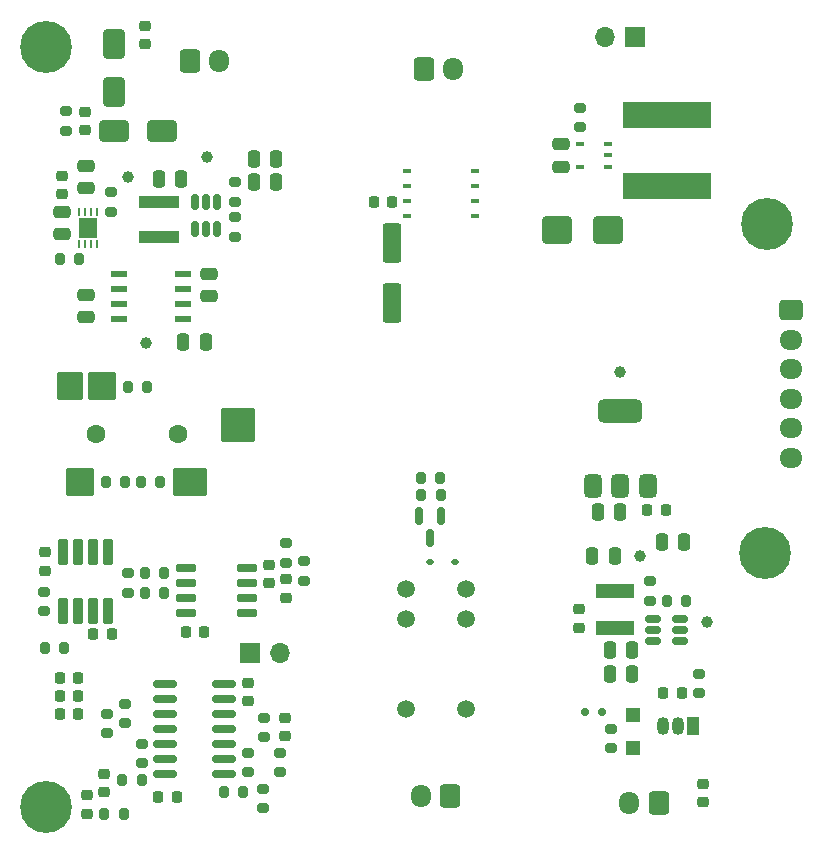
<source format=gts>
%TF.GenerationSoftware,KiCad,Pcbnew,8.0.5*%
%TF.CreationDate,2025-03-29T03:18:47+03:00*%
%TF.ProjectId,PCB_FINAL_UPDATED,5043425f-4649-44e4-914c-5f5550444154,rev?*%
%TF.SameCoordinates,Original*%
%TF.FileFunction,Soldermask,Top*%
%TF.FilePolarity,Negative*%
%FSLAX46Y46*%
G04 Gerber Fmt 4.6, Leading zero omitted, Abs format (unit mm)*
G04 Created by KiCad (PCBNEW 8.0.5) date 2025-03-29 03:18:47*
%MOMM*%
%LPD*%
G01*
G04 APERTURE LIST*
G04 Aperture macros list*
%AMRoundRect*
0 Rectangle with rounded corners*
0 $1 Rounding radius*
0 $2 $3 $4 $5 $6 $7 $8 $9 X,Y pos of 4 corners*
0 Add a 4 corners polygon primitive as box body*
4,1,4,$2,$3,$4,$5,$6,$7,$8,$9,$2,$3,0*
0 Add four circle primitives for the rounded corners*
1,1,$1+$1,$2,$3*
1,1,$1+$1,$4,$5*
1,1,$1+$1,$6,$7*
1,1,$1+$1,$8,$9*
0 Add four rect primitives between the rounded corners*
20,1,$1+$1,$2,$3,$4,$5,0*
20,1,$1+$1,$4,$5,$6,$7,0*
20,1,$1+$1,$6,$7,$8,$9,0*
20,1,$1+$1,$8,$9,$2,$3,0*%
G04 Aperture macros list end*
%ADD10RoundRect,0.250000X-0.250000X-0.475000X0.250000X-0.475000X0.250000X0.475000X-0.250000X0.475000X0*%
%ADD11C,1.000000*%
%ADD12RoundRect,0.200000X0.275000X-0.200000X0.275000X0.200000X-0.275000X0.200000X-0.275000X-0.200000X0*%
%ADD13RoundRect,0.218750X-0.256250X0.218750X-0.256250X-0.218750X0.256250X-0.218750X0.256250X0.218750X0*%
%ADD14RoundRect,0.225000X0.225000X0.250000X-0.225000X0.250000X-0.225000X-0.250000X0.225000X-0.250000X0*%
%ADD15R,7.500000X2.200000*%
%ADD16R,3.300000X1.200000*%
%ADD17RoundRect,0.150000X-0.725000X-0.150000X0.725000X-0.150000X0.725000X0.150000X-0.725000X0.150000X0*%
%ADD18RoundRect,0.200000X0.200000X0.275000X-0.200000X0.275000X-0.200000X-0.275000X0.200000X-0.275000X0*%
%ADD19RoundRect,0.200000X-0.200000X-0.275000X0.200000X-0.275000X0.200000X0.275000X-0.200000X0.275000X0*%
%ADD20RoundRect,0.225000X0.250000X-0.225000X0.250000X0.225000X-0.250000X0.225000X-0.250000X-0.225000X0*%
%ADD21C,0.700000*%
%ADD22C,4.400000*%
%ADD23RoundRect,0.250000X0.475000X-0.250000X0.475000X0.250000X-0.475000X0.250000X-0.475000X-0.250000X0*%
%ADD24RoundRect,0.225000X-0.225000X-0.250000X0.225000X-0.250000X0.225000X0.250000X-0.225000X0.250000X0*%
%ADD25RoundRect,0.250000X-0.475000X0.250000X-0.475000X-0.250000X0.475000X-0.250000X0.475000X0.250000X0*%
%ADD26RoundRect,0.250000X0.250000X0.475000X-0.250000X0.475000X-0.250000X-0.475000X0.250000X-0.475000X0*%
%ADD27RoundRect,0.250000X-1.000000X-0.900000X1.000000X-0.900000X1.000000X0.900000X-1.000000X0.900000X0*%
%ADD28RoundRect,0.250000X-0.600000X-0.725000X0.600000X-0.725000X0.600000X0.725000X-0.600000X0.725000X0*%
%ADD29O,1.700000X1.950000*%
%ADD30R,0.254000X0.711200*%
%ADD31R,1.549400X1.752600*%
%ADD32RoundRect,0.218750X0.256250X-0.218750X0.256250X0.218750X-0.256250X0.218750X-0.256250X-0.218750X0*%
%ADD33RoundRect,0.112500X0.187500X0.112500X-0.187500X0.112500X-0.187500X-0.112500X0.187500X-0.112500X0*%
%ADD34RoundRect,0.200000X-0.275000X0.200000X-0.275000X-0.200000X0.275000X-0.200000X0.275000X0.200000X0*%
%ADD35RoundRect,0.250000X0.650000X-1.000000X0.650000X1.000000X-0.650000X1.000000X-0.650000X-1.000000X0*%
%ADD36RoundRect,0.100500X-0.301500X0.986500X-0.301500X-0.986500X0.301500X-0.986500X0.301500X0.986500X0*%
%ADD37RoundRect,0.250000X0.600000X0.725000X-0.600000X0.725000X-0.600000X-0.725000X0.600000X-0.725000X0*%
%ADD38RoundRect,0.150000X-0.150000X-0.200000X0.150000X-0.200000X0.150000X0.200000X-0.150000X0.200000X0*%
%ADD39R,1.700000X1.700000*%
%ADD40O,1.700000X1.700000*%
%ADD41R,0.749300X0.406400*%
%ADD42RoundRect,0.250000X-0.550000X1.412500X-0.550000X-1.412500X0.550000X-1.412500X0.550000X1.412500X0*%
%ADD43RoundRect,0.110000X-1.590000X0.440000X-1.590000X-0.440000X1.590000X-0.440000X1.590000X0.440000X0*%
%ADD44R,0.711200X0.431800*%
%ADD45RoundRect,0.250000X-1.000000X-0.650000X1.000000X-0.650000X1.000000X0.650000X-1.000000X0.650000X0*%
%ADD46RoundRect,0.150000X-0.150000X0.587500X-0.150000X-0.587500X0.150000X-0.587500X0.150000X0.587500X0*%
%ADD47RoundRect,0.375000X0.375000X-0.625000X0.375000X0.625000X-0.375000X0.625000X-0.375000X-0.625000X0*%
%ADD48RoundRect,0.500000X1.400000X-0.500000X1.400000X0.500000X-1.400000X0.500000X-1.400000X-0.500000X0*%
%ADD49R,1.050000X1.500000*%
%ADD50O,1.050000X1.500000*%
%ADD51RoundRect,0.150000X0.150000X-0.512500X0.150000X0.512500X-0.150000X0.512500X-0.150000X-0.512500X0*%
%ADD52R,1.460500X0.558800*%
%ADD53RoundRect,0.218750X0.218750X0.256250X-0.218750X0.256250X-0.218750X-0.256250X0.218750X-0.256250X0*%
%ADD54C,1.600000*%
%ADD55RoundRect,0.102000X-1.100000X-1.050000X1.100000X-1.050000X1.100000X1.050000X-1.100000X1.050000X0*%
%ADD56RoundRect,0.102000X-1.350000X-1.050000X1.350000X-1.050000X1.350000X1.050000X-1.350000X1.050000X0*%
%ADD57RoundRect,0.102000X-1.000000X-1.050000X1.000000X-1.050000X1.000000X1.050000X-1.000000X1.050000X0*%
%ADD58RoundRect,0.102000X-1.300000X-1.350000X1.300000X-1.350000X1.300000X1.350000X-1.300000X1.350000X0*%
%ADD59RoundRect,0.225000X-0.250000X0.225000X-0.250000X-0.225000X0.250000X-0.225000X0.250000X0.225000X0*%
%ADD60RoundRect,0.150000X-0.825000X-0.150000X0.825000X-0.150000X0.825000X0.150000X-0.825000X0.150000X0*%
%ADD61RoundRect,0.250000X-0.725000X0.600000X-0.725000X-0.600000X0.725000X-0.600000X0.725000X0.600000X0*%
%ADD62O,1.950000X1.700000*%
%ADD63C,1.498600*%
%ADD64R,1.200000X1.200000*%
%ADD65RoundRect,0.150000X-0.512500X-0.150000X0.512500X-0.150000X0.512500X0.150000X-0.512500X0.150000X0*%
G04 APERTURE END LIST*
D10*
%TO.C,C5*%
X54425000Y-61450000D03*
X56325000Y-61450000D03*
%TD*%
D11*
%TO.C,TP2*%
X50500000Y-61250000D03*
%TD*%
D12*
%TO.C,R28*%
X92141600Y-106677000D03*
X92141600Y-105027000D03*
%TD*%
D13*
%TO.C,F1*%
X45200000Y-50162500D03*
X45200000Y-51737500D03*
%TD*%
D10*
%TO.C,C1*%
X46400000Y-63137500D03*
X48300000Y-63137500D03*
%TD*%
D12*
%TO.C,R20*%
X55250000Y-116425000D03*
X55250000Y-114775000D03*
%TD*%
D13*
%TO.C,D3*%
X40125000Y-57462500D03*
X40125000Y-59037500D03*
%TD*%
D14*
%TO.C,C19*%
X47900000Y-115500000D03*
X46350000Y-115500000D03*
%TD*%
D15*
%TO.C,L3*%
X89441424Y-63769799D03*
X89441424Y-57769799D03*
%TD*%
D16*
%TO.C,L1*%
X84977000Y-101139200D03*
X84977000Y-98039200D03*
%TD*%
D17*
%TO.C,U2*%
X48665000Y-96090000D03*
X48665000Y-97360000D03*
X48665000Y-98630000D03*
X48665000Y-99900000D03*
X53815000Y-99900000D03*
X53815000Y-98630000D03*
X53815000Y-97360000D03*
X53815000Y-96090000D03*
%TD*%
D18*
%TO.C,R32*%
X70243200Y-89916000D03*
X68593200Y-89916000D03*
%TD*%
D12*
%TO.C,R22*%
X55325000Y-110400000D03*
X55325000Y-108750000D03*
%TD*%
D19*
%TO.C,R11*%
X41875000Y-88800000D03*
X43525000Y-88800000D03*
%TD*%
D12*
%TO.C,R25*%
X44925000Y-112625000D03*
X44925000Y-110975000D03*
%TD*%
D20*
%TO.C,C26*%
X81956200Y-101140600D03*
X81956200Y-99590600D03*
%TD*%
D21*
%TO.C,H2*%
X35150000Y-116300000D03*
X35633274Y-115133274D03*
X35633274Y-117466726D03*
X36800000Y-114650000D03*
D22*
X36800000Y-116300000D03*
D21*
X36800000Y-117950000D03*
X37966726Y-115133274D03*
X37966726Y-117466726D03*
X38450000Y-116300000D03*
%TD*%
D23*
%TO.C,C3*%
X40200000Y-63950000D03*
X40200000Y-62050000D03*
%TD*%
D21*
%TO.C,H3*%
X96250000Y-66950000D03*
X96733274Y-65783274D03*
X96733274Y-68116726D03*
X97900000Y-65300000D03*
D22*
X97900000Y-66950000D03*
D21*
X97900000Y-68600000D03*
X99066726Y-65783274D03*
X99066726Y-68116726D03*
X99550000Y-66950000D03*
%TD*%
D24*
%TO.C,C9*%
X48665000Y-101470000D03*
X50215000Y-101470000D03*
%TD*%
D25*
%TO.C,C34*%
X80449824Y-60223399D03*
X80449824Y-62123399D03*
%TD*%
D26*
%TO.C,C25*%
X86477000Y-103039200D03*
X84577000Y-103039200D03*
%TD*%
D27*
%TO.C,D16*%
X80114424Y-67430399D03*
X84414424Y-67430399D03*
%TD*%
D28*
%TO.C,J5*%
X68797800Y-53822600D03*
D29*
X71297800Y-53822600D03*
%TD*%
D10*
%TO.C,C28*%
X88981800Y-93863200D03*
X90881800Y-93863200D03*
%TD*%
D12*
%TO.C,R7*%
X58665000Y-97160000D03*
X58665000Y-95510000D03*
%TD*%
D30*
%TO.C,E1*%
X41150002Y-65950000D03*
X40650001Y-65950000D03*
X40150001Y-65950000D03*
X39650000Y-65950000D03*
X39650000Y-68642400D03*
X40150001Y-68642400D03*
X40650001Y-68642400D03*
X41150002Y-68642400D03*
D31*
X40400001Y-67296200D03*
%TD*%
D32*
%TO.C,F3*%
X92482600Y-115937500D03*
X92482600Y-114362500D03*
%TD*%
D33*
%TO.C,D15*%
X71433400Y-95554800D03*
X69333400Y-95554800D03*
%TD*%
D34*
%TO.C,R3*%
X38525000Y-57425000D03*
X38525000Y-59075000D03*
%TD*%
D20*
%TO.C,C7*%
X55690000Y-97370000D03*
X55690000Y-95820000D03*
%TD*%
%TO.C,C20*%
X40300000Y-116900000D03*
X40300000Y-115350000D03*
%TD*%
D11*
%TO.C,TP4*%
X92827400Y-100645000D03*
%TD*%
D34*
%TO.C,R4*%
X42300001Y-64296200D03*
X42300001Y-65946200D03*
%TD*%
D19*
%TO.C,R29*%
X89386200Y-98892400D03*
X91036200Y-98892400D03*
%TD*%
D12*
%TO.C,R30*%
X87976000Y-98879200D03*
X87976000Y-97229200D03*
%TD*%
D35*
%TO.C,D1*%
X42625000Y-55750000D03*
X42625000Y-51750000D03*
%TD*%
D19*
%TO.C,R31*%
X68567800Y-88442800D03*
X70217800Y-88442800D03*
%TD*%
D36*
%TO.C,U6*%
X42105000Y-94765000D03*
X40835000Y-94765000D03*
X39565000Y-94765000D03*
X38295000Y-94765000D03*
X38295000Y-99705000D03*
X39565000Y-99705000D03*
X40835000Y-99705000D03*
X42105000Y-99705000D03*
%TD*%
D21*
%TO.C,H4*%
X96050000Y-94800000D03*
X96533274Y-93633274D03*
X96533274Y-95966726D03*
X97700000Y-93150000D03*
D22*
X97700000Y-94800000D03*
D21*
X97700000Y-96450000D03*
X98866726Y-93633274D03*
X98866726Y-95966726D03*
X99350000Y-94800000D03*
%TD*%
D37*
%TO.C,J6*%
X71054600Y-115390000D03*
D29*
X68554600Y-115390000D03*
%TD*%
D26*
%TO.C,C30*%
X85461400Y-91374000D03*
X83561400Y-91374000D03*
%TD*%
D38*
%TO.C,D9*%
X83907600Y-108301000D03*
X82507600Y-108301000D03*
%TD*%
D39*
%TO.C,J7*%
X54135000Y-103250000D03*
D40*
X56675000Y-103250000D03*
%TD*%
D24*
%TO.C,C15*%
X38025000Y-108425000D03*
X39575000Y-108425000D03*
%TD*%
D41*
%TO.C,U10*%
X84428374Y-62100000D03*
X84428374Y-61149999D03*
X84428374Y-60199998D03*
X82078874Y-60199998D03*
X82078874Y-62100000D03*
%TD*%
D12*
%TO.C,R1*%
X52875000Y-65062500D03*
X52875000Y-63412500D03*
%TD*%
D42*
%TO.C,C32*%
X66141600Y-68605400D03*
X66141600Y-73680400D03*
%TD*%
D34*
%TO.C,R18*%
X53900000Y-111725000D03*
X53900000Y-113375000D03*
%TD*%
D24*
%TO.C,C29*%
X87759800Y-91170800D03*
X89309800Y-91170800D03*
%TD*%
D39*
%TO.C,J8*%
X86720600Y-51115200D03*
D40*
X84180600Y-51115200D03*
%TD*%
D26*
%TO.C,C24*%
X86452000Y-105039200D03*
X84552000Y-105039200D03*
%TD*%
D43*
%TO.C,L2*%
X46375000Y-65062500D03*
X46375000Y-68062500D03*
%TD*%
D23*
%TO.C,C10*%
X50600850Y-73085000D03*
X50600850Y-71185000D03*
%TD*%
D12*
%TO.C,R15*%
X36700000Y-99760000D03*
X36700000Y-98110000D03*
%TD*%
D44*
%TO.C,U9*%
X67386200Y-62509400D03*
X67386200Y-63779400D03*
X67386200Y-65049400D03*
X67386200Y-66319400D03*
X73177400Y-66319400D03*
X73177400Y-65049400D03*
X73177400Y-63779400D03*
X73177400Y-62509400D03*
%TD*%
D18*
%TO.C,R14*%
X46840000Y-96555000D03*
X45190000Y-96555000D03*
%TD*%
%TO.C,R5*%
X39650000Y-69925000D03*
X38000000Y-69925000D03*
%TD*%
D14*
%TO.C,C13*%
X39575000Y-106925000D03*
X38025000Y-106925000D03*
%TD*%
D10*
%TO.C,C4*%
X54425000Y-63425000D03*
X56325000Y-63425000D03*
%TD*%
D18*
%TO.C,R10*%
X46525000Y-88800000D03*
X44875000Y-88800000D03*
%TD*%
D45*
%TO.C,D2*%
X42625000Y-59050000D03*
X46625000Y-59050000D03*
%TD*%
D20*
%TO.C,C6*%
X57190000Y-98610000D03*
X57190000Y-97060000D03*
%TD*%
D12*
%TO.C,R13*%
X43765000Y-98205000D03*
X43765000Y-96555000D03*
%TD*%
D14*
%TO.C,C31*%
X66141600Y-65125600D03*
X64591600Y-65125600D03*
%TD*%
D46*
%TO.C,Q2*%
X70292000Y-91698600D03*
X68392000Y-91698600D03*
X69342000Y-93573600D03*
%TD*%
D47*
%TO.C,U8*%
X83172800Y-89113400D03*
X85472800Y-89113400D03*
D48*
X85472800Y-82813400D03*
D47*
X87772800Y-89113400D03*
%TD*%
D14*
%TO.C,C14*%
X39575000Y-105400000D03*
X38025000Y-105400000D03*
%TD*%
D49*
%TO.C,Q1*%
X91627600Y-109491000D03*
D50*
X90357600Y-109491000D03*
X89087600Y-109491000D03*
%TD*%
D51*
%TO.C,U1*%
X49425000Y-67350000D03*
X50375000Y-67350000D03*
X51325000Y-67350000D03*
X51325000Y-65075000D03*
X50375000Y-65075000D03*
X49425000Y-65075000D03*
%TD*%
D19*
%TO.C,R24*%
X43275000Y-114075000D03*
X44925000Y-114075000D03*
%TD*%
D12*
%TO.C,R27*%
X84657600Y-111351000D03*
X84657600Y-109701000D03*
%TD*%
D28*
%TO.C,J1*%
X49025000Y-53150000D03*
D29*
X51525000Y-53150000D03*
%TD*%
D52*
%TO.C,U3*%
X43025850Y-71195000D03*
X43025850Y-72465000D03*
X43025850Y-73735000D03*
X43025850Y-75005000D03*
X48474150Y-75005000D03*
X48474150Y-73735000D03*
X48474150Y-72465000D03*
X48474150Y-71195000D03*
%TD*%
D24*
%TO.C,C21*%
X40850000Y-101685000D03*
X42400000Y-101685000D03*
%TD*%
D53*
%TO.C,D10*%
X90643100Y-106664800D03*
X89068100Y-106664800D03*
%TD*%
D12*
%TO.C,R2*%
X52875000Y-68062500D03*
X52875000Y-66412500D03*
%TD*%
D11*
%TO.C,TP1*%
X43775000Y-62975000D03*
%TD*%
D37*
%TO.C,J4*%
X88707600Y-115951000D03*
D29*
X86207600Y-115951000D03*
%TD*%
D54*
%TO.C,J3*%
X41053500Y-84768500D03*
X48053500Y-84768500D03*
D55*
X39703500Y-88818500D03*
X41603500Y-80718500D03*
D56*
X49003500Y-88818500D03*
D57*
X38903500Y-80718500D03*
D58*
X53103500Y-84018500D03*
%TD*%
D20*
%TO.C,C17*%
X53975000Y-107375000D03*
X53975000Y-105825000D03*
%TD*%
D59*
%TO.C,C22*%
X36725000Y-94760000D03*
X36725000Y-96310000D03*
%TD*%
D18*
%TO.C,R19*%
X53550000Y-115025000D03*
X51900000Y-115025000D03*
%TD*%
D11*
%TO.C,TP6*%
X45325850Y-77035000D03*
%TD*%
D19*
%TO.C,R12*%
X45190000Y-98205000D03*
X46840000Y-98205000D03*
%TD*%
D26*
%TO.C,C27*%
X84989000Y-95107800D03*
X83089000Y-95107800D03*
%TD*%
D13*
%TO.C,D4*%
X38175001Y-62883700D03*
X38175001Y-64458700D03*
%TD*%
D12*
%TO.C,R8*%
X57190000Y-95660000D03*
X57190000Y-94010000D03*
%TD*%
D59*
%TO.C,C18*%
X41775000Y-113525000D03*
X41775000Y-115075000D03*
%TD*%
D60*
%TO.C,U5*%
X46950000Y-105890000D03*
X46950000Y-107160000D03*
X46950000Y-108430000D03*
X46950000Y-109700000D03*
X46950000Y-110970000D03*
X46950000Y-112240000D03*
X46950000Y-113510000D03*
X51900000Y-113510000D03*
X51900000Y-112240000D03*
X51900000Y-110970000D03*
X51900000Y-109700000D03*
X51900000Y-108430000D03*
X51900000Y-107160000D03*
X51900000Y-105890000D03*
%TD*%
D20*
%TO.C,C16*%
X57100000Y-110350000D03*
X57100000Y-108800000D03*
%TD*%
D25*
%TO.C,C2*%
X38175001Y-65946200D03*
X38175001Y-67846200D03*
%TD*%
D12*
%TO.C,R23*%
X43500000Y-109225000D03*
X43500000Y-107575000D03*
%TD*%
D19*
%TO.C,R16*%
X36715000Y-102900000D03*
X38365000Y-102900000D03*
%TD*%
D25*
%TO.C,C8*%
X40200000Y-72950000D03*
X40200000Y-74850000D03*
%TD*%
D12*
%TO.C,R17*%
X56650000Y-113400000D03*
X56650000Y-111750000D03*
%TD*%
D19*
%TO.C,R26*%
X41775000Y-116925000D03*
X43425000Y-116925000D03*
%TD*%
%TO.C,R9*%
X43775000Y-80725000D03*
X45425000Y-80725000D03*
%TD*%
D12*
%TO.C,R21*%
X42025000Y-110100000D03*
X42025000Y-108450000D03*
%TD*%
D61*
%TO.C,J2*%
X99949000Y-74277200D03*
D62*
X99949000Y-76777200D03*
X99949000Y-79277200D03*
X99949000Y-81777200D03*
X99949000Y-84277200D03*
X99949000Y-86777200D03*
%TD*%
D21*
%TO.C,H1*%
X35200000Y-52000000D03*
X35683274Y-50833274D03*
X35683274Y-53166726D03*
X36850000Y-50350000D03*
D22*
X36850000Y-52000000D03*
D21*
X36850000Y-53650000D03*
X38016726Y-50833274D03*
X38016726Y-53166726D03*
X38500000Y-52000000D03*
%TD*%
D11*
%TO.C,TP3*%
X87163200Y-95057000D03*
%TD*%
D63*
%TO.C,K1*%
X67335400Y-97891600D03*
X67335400Y-100431600D03*
X67335400Y-108051600D03*
X72415400Y-108051600D03*
X72415400Y-100431600D03*
X72415400Y-97891600D03*
%TD*%
D11*
%TO.C,TP5*%
X85461400Y-79461400D03*
%TD*%
D64*
%TO.C,D8*%
X86507600Y-108551000D03*
X86507600Y-111351000D03*
%TD*%
D34*
%TO.C,R33*%
X82050024Y-57122599D03*
X82050024Y-58772599D03*
%TD*%
D26*
%TO.C,C35*%
X50375850Y-76960000D03*
X48475850Y-76960000D03*
%TD*%
D65*
%TO.C,U7*%
X88227000Y-100389200D03*
X88227000Y-101339200D03*
X88227000Y-102289200D03*
X90502000Y-102289200D03*
X90502000Y-101339200D03*
X90502000Y-100389200D03*
%TD*%
M02*

</source>
